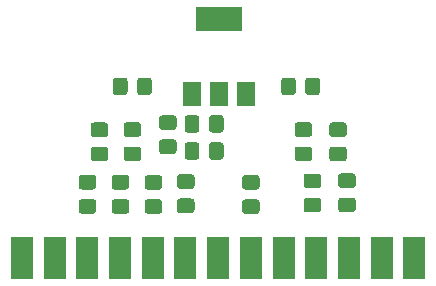
<source format=gts>
%TF.GenerationSoftware,KiCad,Pcbnew,(5.1.6-0)*%
%TF.CreationDate,2022-09-04T14:31:22+02:00*%
%TF.ProjectId,ScsiTerm,53637369-5465-4726-9d2e-6b696361645f,rev?*%
%TF.SameCoordinates,Original*%
%TF.FileFunction,Soldermask,Top*%
%TF.FilePolarity,Negative*%
%FSLAX46Y46*%
G04 Gerber Fmt 4.6, Leading zero omitted, Abs format (unit mm)*
G04 Created by KiCad (PCBNEW (5.1.6-0)) date 2022-09-04 14:31:22*
%MOMM*%
%LPD*%
G01*
G04 APERTURE LIST*
%ADD10R,1.600000X2.100000*%
%ADD11R,3.900000X2.100000*%
%ADD12R,1.946667X3.580000*%
G04 APERTURE END LIST*
D10*
%TO.C,U1*%
X149950000Y-53450000D03*
X154550000Y-53450000D03*
X152250000Y-53450000D03*
D11*
X152250000Y-47150000D03*
%TD*%
%TO.C,R21*%
G36*
G01*
X151375000Y-56478262D02*
X151375000Y-55521738D01*
G75*
G02*
X151646738Y-55250000I271738J0D01*
G01*
X152353262Y-55250000D01*
G75*
G02*
X152625000Y-55521738I0J-271738D01*
G01*
X152625000Y-56478262D01*
G75*
G02*
X152353262Y-56750000I-271738J0D01*
G01*
X151646738Y-56750000D01*
G75*
G02*
X151375000Y-56478262I0J271738D01*
G01*
G37*
G36*
G01*
X149325000Y-56478262D02*
X149325000Y-55521738D01*
G75*
G02*
X149596738Y-55250000I271738J0D01*
G01*
X150303262Y-55250000D01*
G75*
G02*
X150575000Y-55521738I0J-271738D01*
G01*
X150575000Y-56478262D01*
G75*
G02*
X150303262Y-56750000I-271738J0D01*
G01*
X149596738Y-56750000D01*
G75*
G02*
X149325000Y-56478262I0J271738D01*
G01*
G37*
%TD*%
%TO.C,R20*%
G36*
G01*
X147421738Y-57325000D02*
X148378262Y-57325000D01*
G75*
G02*
X148650000Y-57596738I0J-271738D01*
G01*
X148650000Y-58303262D01*
G75*
G02*
X148378262Y-58575000I-271738J0D01*
G01*
X147421738Y-58575000D01*
G75*
G02*
X147150000Y-58303262I0J271738D01*
G01*
X147150000Y-57596738D01*
G75*
G02*
X147421738Y-57325000I271738J0D01*
G01*
G37*
G36*
G01*
X147421738Y-55275000D02*
X148378262Y-55275000D01*
G75*
G02*
X148650000Y-55546738I0J-271738D01*
G01*
X148650000Y-56253262D01*
G75*
G02*
X148378262Y-56525000I-271738J0D01*
G01*
X147421738Y-56525000D01*
G75*
G02*
X147150000Y-56253262I0J271738D01*
G01*
X147150000Y-55546738D01*
G75*
G02*
X147421738Y-55275000I271738J0D01*
G01*
G37*
%TD*%
%TO.C,C3*%
G36*
G01*
X151375000Y-58778262D02*
X151375000Y-57821738D01*
G75*
G02*
X151646738Y-57550000I271738J0D01*
G01*
X152353262Y-57550000D01*
G75*
G02*
X152625000Y-57821738I0J-271738D01*
G01*
X152625000Y-58778262D01*
G75*
G02*
X152353262Y-59050000I-271738J0D01*
G01*
X151646738Y-59050000D01*
G75*
G02*
X151375000Y-58778262I0J271738D01*
G01*
G37*
G36*
G01*
X149325000Y-58778262D02*
X149325000Y-57821738D01*
G75*
G02*
X149596738Y-57550000I271738J0D01*
G01*
X150303262Y-57550000D01*
G75*
G02*
X150575000Y-57821738I0J-271738D01*
G01*
X150575000Y-58778262D01*
G75*
G02*
X150303262Y-59050000I-271738J0D01*
G01*
X149596738Y-59050000D01*
G75*
G02*
X149325000Y-58778262I0J271738D01*
G01*
G37*
%TD*%
%TO.C,R18*%
G36*
G01*
X161827738Y-57931000D02*
X162784262Y-57931000D01*
G75*
G02*
X163056000Y-58202738I0J-271738D01*
G01*
X163056000Y-58909262D01*
G75*
G02*
X162784262Y-59181000I-271738J0D01*
G01*
X161827738Y-59181000D01*
G75*
G02*
X161556000Y-58909262I0J271738D01*
G01*
X161556000Y-58202738D01*
G75*
G02*
X161827738Y-57931000I271738J0D01*
G01*
G37*
G36*
G01*
X161827738Y-55881000D02*
X162784262Y-55881000D01*
G75*
G02*
X163056000Y-56152738I0J-271738D01*
G01*
X163056000Y-56859262D01*
G75*
G02*
X162784262Y-57131000I-271738J0D01*
G01*
X161827738Y-57131000D01*
G75*
G02*
X161556000Y-56859262I0J271738D01*
G01*
X161556000Y-56152738D01*
G75*
G02*
X161827738Y-55881000I271738J0D01*
G01*
G37*
%TD*%
%TO.C,R17*%
G36*
G01*
X158906738Y-57922000D02*
X159863262Y-57922000D01*
G75*
G02*
X160135000Y-58193738I0J-271738D01*
G01*
X160135000Y-58900262D01*
G75*
G02*
X159863262Y-59172000I-271738J0D01*
G01*
X158906738Y-59172000D01*
G75*
G02*
X158635000Y-58900262I0J271738D01*
G01*
X158635000Y-58193738D01*
G75*
G02*
X158906738Y-57922000I271738J0D01*
G01*
G37*
G36*
G01*
X158906738Y-55872000D02*
X159863262Y-55872000D01*
G75*
G02*
X160135000Y-56143738I0J-271738D01*
G01*
X160135000Y-56850262D01*
G75*
G02*
X159863262Y-57122000I-271738J0D01*
G01*
X158906738Y-57122000D01*
G75*
G02*
X158635000Y-56850262I0J271738D01*
G01*
X158635000Y-56143738D01*
G75*
G02*
X158906738Y-55872000I271738J0D01*
G01*
G37*
%TD*%
%TO.C,R16*%
G36*
G01*
X163546262Y-61440000D02*
X162589738Y-61440000D01*
G75*
G02*
X162318000Y-61168262I0J271738D01*
G01*
X162318000Y-60461738D01*
G75*
G02*
X162589738Y-60190000I271738J0D01*
G01*
X163546262Y-60190000D01*
G75*
G02*
X163818000Y-60461738I0J-271738D01*
G01*
X163818000Y-61168262D01*
G75*
G02*
X163546262Y-61440000I-271738J0D01*
G01*
G37*
G36*
G01*
X163546262Y-63490000D02*
X162589738Y-63490000D01*
G75*
G02*
X162318000Y-63218262I0J271738D01*
G01*
X162318000Y-62511738D01*
G75*
G02*
X162589738Y-62240000I271738J0D01*
G01*
X163546262Y-62240000D01*
G75*
G02*
X163818000Y-62511738I0J-271738D01*
G01*
X163818000Y-63218262D01*
G75*
G02*
X163546262Y-63490000I-271738J0D01*
G01*
G37*
%TD*%
%TO.C,R14*%
G36*
G01*
X160625262Y-61458000D02*
X159668738Y-61458000D01*
G75*
G02*
X159397000Y-61186262I0J271738D01*
G01*
X159397000Y-60479738D01*
G75*
G02*
X159668738Y-60208000I271738J0D01*
G01*
X160625262Y-60208000D01*
G75*
G02*
X160897000Y-60479738I0J-271738D01*
G01*
X160897000Y-61186262D01*
G75*
G02*
X160625262Y-61458000I-271738J0D01*
G01*
G37*
G36*
G01*
X160625262Y-63508000D02*
X159668738Y-63508000D01*
G75*
G02*
X159397000Y-63236262I0J271738D01*
G01*
X159397000Y-62529738D01*
G75*
G02*
X159668738Y-62258000I271738J0D01*
G01*
X160625262Y-62258000D01*
G75*
G02*
X160897000Y-62529738I0J-271738D01*
G01*
X160897000Y-63236262D01*
G75*
G02*
X160625262Y-63508000I-271738J0D01*
G01*
G37*
%TD*%
%TO.C,R11*%
G36*
G01*
X155418262Y-61585000D02*
X154461738Y-61585000D01*
G75*
G02*
X154190000Y-61313262I0J271738D01*
G01*
X154190000Y-60606738D01*
G75*
G02*
X154461738Y-60335000I271738J0D01*
G01*
X155418262Y-60335000D01*
G75*
G02*
X155690000Y-60606738I0J-271738D01*
G01*
X155690000Y-61313262D01*
G75*
G02*
X155418262Y-61585000I-271738J0D01*
G01*
G37*
G36*
G01*
X155418262Y-63635000D02*
X154461738Y-63635000D01*
G75*
G02*
X154190000Y-63363262I0J271738D01*
G01*
X154190000Y-62656738D01*
G75*
G02*
X154461738Y-62385000I271738J0D01*
G01*
X155418262Y-62385000D01*
G75*
G02*
X155690000Y-62656738I0J-271738D01*
G01*
X155690000Y-63363262D01*
G75*
G02*
X155418262Y-63635000I-271738J0D01*
G01*
G37*
%TD*%
%TO.C,R8*%
G36*
G01*
X148937238Y-62321500D02*
X149893762Y-62321500D01*
G75*
G02*
X150165500Y-62593238I0J-271738D01*
G01*
X150165500Y-63299762D01*
G75*
G02*
X149893762Y-63571500I-271738J0D01*
G01*
X148937238Y-63571500D01*
G75*
G02*
X148665500Y-63299762I0J271738D01*
G01*
X148665500Y-62593238D01*
G75*
G02*
X148937238Y-62321500I271738J0D01*
G01*
G37*
G36*
G01*
X148937238Y-60271500D02*
X149893762Y-60271500D01*
G75*
G02*
X150165500Y-60543238I0J-271738D01*
G01*
X150165500Y-61249762D01*
G75*
G02*
X149893762Y-61521500I-271738J0D01*
G01*
X148937238Y-61521500D01*
G75*
G02*
X148665500Y-61249762I0J271738D01*
G01*
X148665500Y-60543238D01*
G75*
G02*
X148937238Y-60271500I271738J0D01*
G01*
G37*
%TD*%
%TO.C,R7*%
G36*
G01*
X146206738Y-62385000D02*
X147163262Y-62385000D01*
G75*
G02*
X147435000Y-62656738I0J-271738D01*
G01*
X147435000Y-63363262D01*
G75*
G02*
X147163262Y-63635000I-271738J0D01*
G01*
X146206738Y-63635000D01*
G75*
G02*
X145935000Y-63363262I0J271738D01*
G01*
X145935000Y-62656738D01*
G75*
G02*
X146206738Y-62385000I271738J0D01*
G01*
G37*
G36*
G01*
X146206738Y-60335000D02*
X147163262Y-60335000D01*
G75*
G02*
X147435000Y-60606738I0J-271738D01*
G01*
X147435000Y-61313262D01*
G75*
G02*
X147163262Y-61585000I-271738J0D01*
G01*
X146206738Y-61585000D01*
G75*
G02*
X145935000Y-61313262I0J271738D01*
G01*
X145935000Y-60606738D01*
G75*
G02*
X146206738Y-60335000I271738J0D01*
G01*
G37*
%TD*%
%TO.C,R5*%
G36*
G01*
X143412738Y-62376000D02*
X144369262Y-62376000D01*
G75*
G02*
X144641000Y-62647738I0J-271738D01*
G01*
X144641000Y-63354262D01*
G75*
G02*
X144369262Y-63626000I-271738J0D01*
G01*
X143412738Y-63626000D01*
G75*
G02*
X143141000Y-63354262I0J271738D01*
G01*
X143141000Y-62647738D01*
G75*
G02*
X143412738Y-62376000I271738J0D01*
G01*
G37*
G36*
G01*
X143412738Y-60326000D02*
X144369262Y-60326000D01*
G75*
G02*
X144641000Y-60597738I0J-271738D01*
G01*
X144641000Y-61304262D01*
G75*
G02*
X144369262Y-61576000I-271738J0D01*
G01*
X143412738Y-61576000D01*
G75*
G02*
X143141000Y-61304262I0J271738D01*
G01*
X143141000Y-60597738D01*
G75*
G02*
X143412738Y-60326000I271738J0D01*
G01*
G37*
%TD*%
%TO.C,R4*%
G36*
G01*
X140618738Y-62367000D02*
X141575262Y-62367000D01*
G75*
G02*
X141847000Y-62638738I0J-271738D01*
G01*
X141847000Y-63345262D01*
G75*
G02*
X141575262Y-63617000I-271738J0D01*
G01*
X140618738Y-63617000D01*
G75*
G02*
X140347000Y-63345262I0J271738D01*
G01*
X140347000Y-62638738D01*
G75*
G02*
X140618738Y-62367000I271738J0D01*
G01*
G37*
G36*
G01*
X140618738Y-60317000D02*
X141575262Y-60317000D01*
G75*
G02*
X141847000Y-60588738I0J-271738D01*
G01*
X141847000Y-61295262D01*
G75*
G02*
X141575262Y-61567000I-271738J0D01*
G01*
X140618738Y-61567000D01*
G75*
G02*
X140347000Y-61295262I0J271738D01*
G01*
X140347000Y-60588738D01*
G75*
G02*
X140618738Y-60317000I271738J0D01*
G01*
G37*
%TD*%
%TO.C,R2*%
G36*
G01*
X145385262Y-57122000D02*
X144428738Y-57122000D01*
G75*
G02*
X144157000Y-56850262I0J271738D01*
G01*
X144157000Y-56143738D01*
G75*
G02*
X144428738Y-55872000I271738J0D01*
G01*
X145385262Y-55872000D01*
G75*
G02*
X145657000Y-56143738I0J-271738D01*
G01*
X145657000Y-56850262D01*
G75*
G02*
X145385262Y-57122000I-271738J0D01*
G01*
G37*
G36*
G01*
X145385262Y-59172000D02*
X144428738Y-59172000D01*
G75*
G02*
X144157000Y-58900262I0J271738D01*
G01*
X144157000Y-58193738D01*
G75*
G02*
X144428738Y-57922000I271738J0D01*
G01*
X145385262Y-57922000D01*
G75*
G02*
X145657000Y-58193738I0J-271738D01*
G01*
X145657000Y-58900262D01*
G75*
G02*
X145385262Y-59172000I-271738J0D01*
G01*
G37*
%TD*%
%TO.C,R1*%
G36*
G01*
X142591262Y-57131000D02*
X141634738Y-57131000D01*
G75*
G02*
X141363000Y-56859262I0J271738D01*
G01*
X141363000Y-56152738D01*
G75*
G02*
X141634738Y-55881000I271738J0D01*
G01*
X142591262Y-55881000D01*
G75*
G02*
X142863000Y-56152738I0J-271738D01*
G01*
X142863000Y-56859262D01*
G75*
G02*
X142591262Y-57131000I-271738J0D01*
G01*
G37*
G36*
G01*
X142591262Y-59181000D02*
X141634738Y-59181000D01*
G75*
G02*
X141363000Y-58909262I0J271738D01*
G01*
X141363000Y-58202738D01*
G75*
G02*
X141634738Y-57931000I271738J0D01*
G01*
X142591262Y-57931000D01*
G75*
G02*
X142863000Y-58202738I0J-271738D01*
G01*
X142863000Y-58909262D01*
G75*
G02*
X142591262Y-59181000I-271738J0D01*
G01*
G37*
%TD*%
D12*
%TO.C,J1*%
X168788000Y-67365000D03*
X166018000Y-67365000D03*
X163248000Y-67365000D03*
X160478000Y-67365000D03*
X157708000Y-67365000D03*
X154938000Y-67365000D03*
X152168000Y-67365000D03*
X149398000Y-67365000D03*
X146628000Y-67365000D03*
X143858000Y-67365000D03*
X141088000Y-67365000D03*
X138318000Y-67365000D03*
X135548000Y-67365000D03*
%TD*%
%TO.C,C2*%
G36*
G01*
X145298000Y-53310262D02*
X145298000Y-52353738D01*
G75*
G02*
X145569738Y-52082000I271738J0D01*
G01*
X146276262Y-52082000D01*
G75*
G02*
X146548000Y-52353738I0J-271738D01*
G01*
X146548000Y-53310262D01*
G75*
G02*
X146276262Y-53582000I-271738J0D01*
G01*
X145569738Y-53582000D01*
G75*
G02*
X145298000Y-53310262I0J271738D01*
G01*
G37*
G36*
G01*
X143248000Y-53310262D02*
X143248000Y-52353738D01*
G75*
G02*
X143519738Y-52082000I271738J0D01*
G01*
X144226262Y-52082000D01*
G75*
G02*
X144498000Y-52353738I0J-271738D01*
G01*
X144498000Y-53310262D01*
G75*
G02*
X144226262Y-53582000I-271738J0D01*
G01*
X143519738Y-53582000D01*
G75*
G02*
X143248000Y-53310262I0J271738D01*
G01*
G37*
%TD*%
%TO.C,C1*%
G36*
G01*
X159540000Y-53310262D02*
X159540000Y-52353738D01*
G75*
G02*
X159811738Y-52082000I271738J0D01*
G01*
X160518262Y-52082000D01*
G75*
G02*
X160790000Y-52353738I0J-271738D01*
G01*
X160790000Y-53310262D01*
G75*
G02*
X160518262Y-53582000I-271738J0D01*
G01*
X159811738Y-53582000D01*
G75*
G02*
X159540000Y-53310262I0J271738D01*
G01*
G37*
G36*
G01*
X157490000Y-53310262D02*
X157490000Y-52353738D01*
G75*
G02*
X157761738Y-52082000I271738J0D01*
G01*
X158468262Y-52082000D01*
G75*
G02*
X158740000Y-52353738I0J-271738D01*
G01*
X158740000Y-53310262D01*
G75*
G02*
X158468262Y-53582000I-271738J0D01*
G01*
X157761738Y-53582000D01*
G75*
G02*
X157490000Y-53310262I0J271738D01*
G01*
G37*
%TD*%
M02*

</source>
